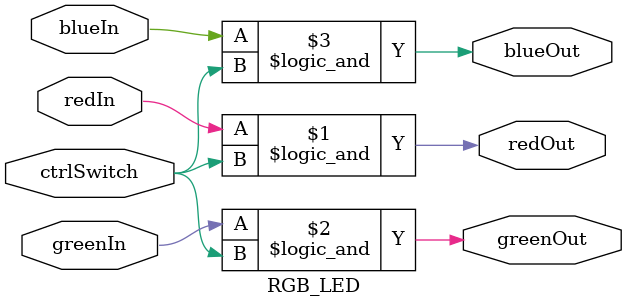
<source format=sv>
/* GOAL: Create a design that allows three pushbuttons to control
 * R, G, and B signals for an RGB LED.
 * Includes a control switch
 *
 * Created by: MorphoCH22
 * Board used: RealDigital BLackboard (Xilinx XC7007S ZYNQ)
 */
 
module RGB_LED(
        input redIn, greenIn, blueIn, ctrlSwitch,
        output redOut, greenOut, blueOut
    );
    
    // So long as the control switch gives a value of one, each button should turn on their
    // respective colours for the RGB LED.
    assign redOut = (redIn && ctrlSwitch);
    assign greenOut = (greenIn && ctrlSwitch);
    assign blueOut = (blueIn && ctrlSwitch);
    
endmodule

</source>
